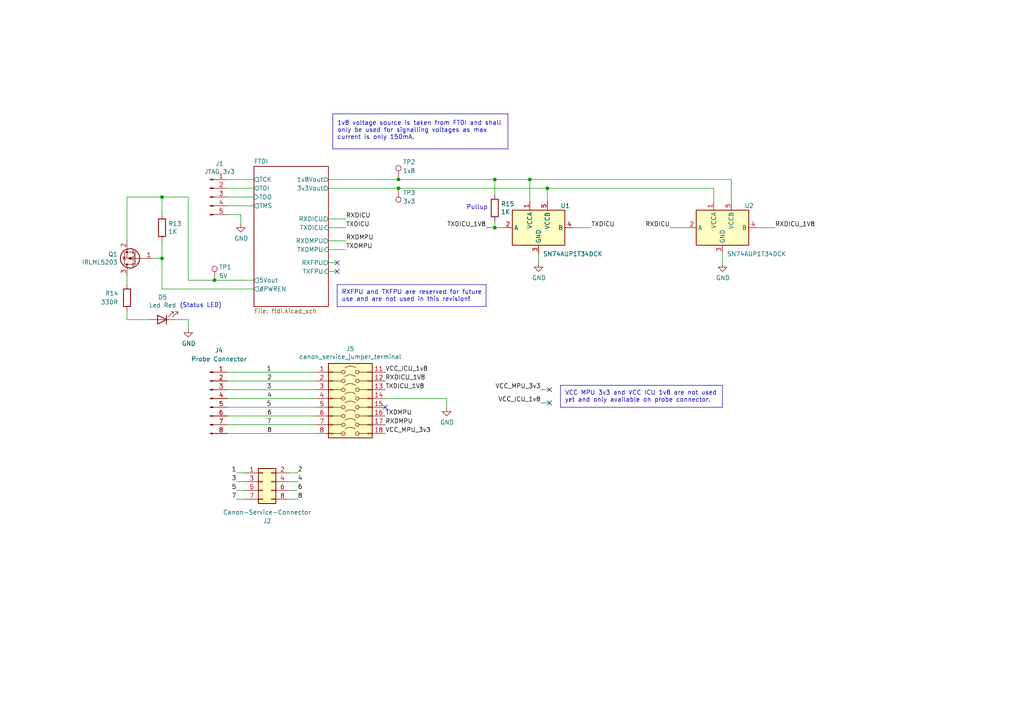
<source format=kicad_sch>
(kicad_sch (version 20230121) (generator eeschema)
  (paper "A4")
  (lib_symbols
    (symbol "Connector:TestPoint" (pin_numbers hide) (pin_names (offset 0.762) hide)
      (property "Reference" "TP" (at 0 6.858 0))
      (property "Value" "TestPoint" (at 0 5.08 0))
      (symbol "TestPoint_0_1"
        (circle (center 0 3.302) (radius 0.762))
      )
      (symbol "TestPoint_1_1"
        (pin passive line (at 0 0 90) (length 2.54) (name "1") (number "1"))
      )
    )
    (symbol "Connector_Generic:Conn_02x04_Odd_Even" (pin_names (offset 1.016) hide)
      (property "Reference" "J" (at 1.27 5.08 0))
      (property "Value" "Conn_02x04_Odd_Even" (at 1.27 -7.62 0))
      (symbol "Conn_02x04_Odd_Even_1_1"
        (rectangle (start -1.27 -4.953) (end 0 -5.207) (stroke (width 0.1524)))
        (rectangle (start -1.27 -2.413) (end 0 -2.667) (stroke (width 0.1524)))
        (rectangle (start -1.27 0.127) (end 0 -0.127) (stroke (width 0.1524)))
        (rectangle (start -1.27 2.667) (end 0 2.413) (stroke (width 0.1524)))
        (rectangle (start -1.27 3.81) (end 3.81 -6.35) (stroke (width 0.254)) (fill (type background)))
        (rectangle (start 3.81 -4.953) (end 2.54 -5.207) (stroke (width 0.1524)))
        (rectangle (start 3.81 -2.413) (end 2.54 -2.667) (stroke (width 0.1524)))
        (rectangle (start 3.81 0.127) (end 2.54 -0.127) (stroke (width 0.1524)))
        (rectangle (start 3.81 2.667) (end 2.54 2.413) (stroke (width 0.1524)))
        (pin passive line (at -5.08 2.54 0) (length 3.81) (name "Pin_1") (number "1"))
        (pin passive line (at 7.62 2.54 180) (length 3.81) (name "Pin_2") (number "2"))
        (pin passive line (at -5.08 0 0) (length 3.81) (name "Pin_3") (number "3"))
        (pin passive line (at 7.62 0 180) (length 3.81) (name "Pin_4") (number "4"))
        (pin passive line (at -5.08 -2.54 0) (length 3.81) (name "Pin_5") (number "5"))
        (pin passive line (at 7.62 -2.54 180) (length 3.81) (name "Pin_6") (number "6"))
        (pin passive line (at -5.08 -5.08 0) (length 3.81) (name "Pin_7") (number "7"))
        (pin passive line (at 7.62 -5.08 180) (length 3.81) (name "Pin_8") (number "8"))
      )
    )
    (symbol "Device:LED" (pin_numbers hide) (pin_names (offset 1.016) hide)
      (property "Reference" "D" (at 0 2.54 0))
      (property "Value" "LED" (at 0 -2.54 0))
      (symbol "LED_0_1"
        (polyline (pts (xy -1.27 -1.27) (xy -1.27 1.27)) (stroke (width 0.254)))
        (polyline (pts (xy -1.27 0) (xy 1.27 0)))
        (polyline (pts (xy 1.27 -1.27) (xy 1.27 1.27) (xy -1.27 0) (xy 1.27 -1.27)) (stroke (width 0.254)))
        (polyline (pts (xy -3.048 -0.762) (xy -4.572 -2.286) (xy -3.81 -2.286) (xy -4.572 -2.286) (xy -4.572 -1.524)))
        (polyline (pts (xy -1.778 -0.762) (xy -3.302 -2.286) (xy -2.54 -2.286) (xy -3.302 -2.286) (xy -3.302 -1.524)))
      )
      (symbol "LED_1_1"
        (pin passive line (at -3.81 0 0) (length 2.54) (name "K") (number "1"))
        (pin passive line (at 3.81 0 180) (length 2.54) (name "A") (number "2"))
      )
    )
    (symbol "Device:R" (pin_numbers hide) (pin_names (offset 0))
      (property "Reference" "R" (at 2.032 0 90))
      (property "Value" "R" (at 0 0 90))
      (symbol "R_0_1"
        (rectangle (start -1.016 -2.54) (end 1.016 2.54) (stroke (width 0.254)))
      )
      (symbol "R_1_1"
        (pin passive line (at 0 3.81 270) (length 1.27) (name "~") (number "1"))
        (pin passive line (at 0 -3.81 90) (length 1.27) (name "~") (number "2"))
      )
    )
    (symbol "Logic_LevelTranslator:SN74AUP1T34DCK"
      (property "Reference" "U" (at -6.35 6.35 0))
      (property "Value" "SN74AUP1T34DCK" (at 11.43 6.35 0))
      (symbol "SN74AUP1T34DCK_0_1"
        (rectangle (start -7.62 -5.08) (end 7.62 5.08) (stroke (width 0.254)) (fill (type background)))
        (pin power_in line (at -2.54 7.62 270) (length 2.54) (name "VCCA") (number "1"))
        (pin input line (at -10.16 0 0) (length 2.54) (name "A") (number "2"))
        (pin power_in line (at 0 -7.62 90) (length 2.54) (name "GND") (number "3"))
        (pin output line (at 10.16 0 180) (length 2.54) (name "B") (number "4"))
        (pin power_in line (at 2.54 7.62 270) (length 2.54) (name "VCCB") (number "5"))
      )
    )
    (symbol "Transistor_FET:IRLML5203" (pin_names hide)
      (property "Reference" "Q" (at 5.08 1.905 0))
      (property "Value" "IRLML5203" (at 5.08 0 0))
      (symbol "IRLML5203_0_1"
        (polyline (pts (xy 0.254 0) (xy -2.54 0)))
        (polyline (pts (xy 0.254 1.905) (xy 0.254 -1.905)) (stroke (width 0.254)))
        (polyline (pts (xy 0.762 -1.27) (xy 0.762 -2.286)) (stroke (width 0.254)))
        (polyline (pts (xy 0.762 0.508) (xy 0.762 -0.508)) (stroke (width 0.254)))
        (polyline (pts (xy 0.762 2.286) (xy 0.762 1.27)) (stroke (width 0.254)))
        (polyline (pts (xy 2.54 2.54) (xy 2.54 1.778)))
        (polyline (pts (xy 2.54 -2.54) (xy 2.54 0) (xy 0.762 0)))
        (polyline (pts (xy 0.762 1.778) (xy 3.302 1.778) (xy 3.302 -1.778) (xy 0.762 -1.778)))
        (polyline (pts (xy 2.286 0) (xy 1.27 0.381) (xy 1.27 -0.381) (xy 2.286 0)) (fill (type outline)))
        (polyline (pts (xy 2.794 -0.508) (xy 2.921 -0.381) (xy 3.683 -0.381) (xy 3.81 -0.254)))
        (polyline (pts (xy 3.302 -0.381) (xy 2.921 0.254) (xy 3.683 0.254) (xy 3.302 -0.381)))
        (circle (center 1.651 0) (radius 2.794) (stroke (width 0.254)))
        (circle (center 2.54 -1.778) (radius 0.254) (fill (type outline)))
        (circle (center 2.54 1.778) (radius 0.254) (fill (type outline)))
      )
      (symbol "IRLML5203_1_1"
        (pin input line (at -5.08 0 0) (length 2.54) (name "G") (number "1"))
        (pin passive line (at 2.54 -5.08 90) (length 2.54) (name "S") (number "2"))
        (pin passive line (at 2.54 5.08 270) (length 2.54) (name "D") (number "3"))
      )
    )
    (symbol "ml_dev_board-rescue:Conn_01x05_Male-Connector" (pin_names (offset 1.016) hide)
      (property "Reference" "J" (at 0 7.62 0))
      (property "Value" "Connector_Conn_01x05_Male" (at 0 -7.62 0))
      (symbol "Conn_01x05_Male-Connector_1_1"
        (polyline (pts (xy 1.27 -5.08) (xy 0.8636 -5.08)) (stroke (width 0.1524)))
        (polyline (pts (xy 1.27 -2.54) (xy 0.8636 -2.54)) (stroke (width 0.1524)))
        (polyline (pts (xy 1.27 0) (xy 0.8636 0)) (stroke (width 0.1524)))
        (polyline (pts (xy 1.27 2.54) (xy 0.8636 2.54)) (stroke (width 0.1524)))
        (polyline (pts (xy 1.27 5.08) (xy 0.8636 5.08)) (stroke (width 0.1524)))
        (rectangle (start 0.8636 -4.953) (end 0 -5.207) (stroke (width 0.1524)) (fill (type outline)))
        (rectangle (start 0.8636 -2.413) (end 0 -2.667) (stroke (width 0.1524)) (fill (type outline)))
        (rectangle (start 0.8636 0.127) (end 0 -0.127) (stroke (width 0.1524)) (fill (type outline)))
        (rectangle (start 0.8636 2.667) (end 0 2.413) (stroke (width 0.1524)) (fill (type outline)))
        (rectangle (start 0.8636 5.207) (end 0 4.953) (stroke (width 0.1524)) (fill (type outline)))
        (pin passive line (at 5.08 5.08 180) (length 3.81) (name "Pin_1") (number "1"))
        (pin passive line (at 5.08 2.54 180) (length 3.81) (name "Pin_2") (number "2"))
        (pin passive line (at 5.08 0 180) (length 3.81) (name "Pin_3") (number "3"))
        (pin passive line (at 5.08 -2.54 180) (length 3.81) (name "Pin_4") (number "4"))
        (pin passive line (at 5.08 -5.08 180) (length 3.81) (name "Pin_5") (number "5"))
      )
    )
    (symbol "ml_dev_board-rescue:Conn_01x08_Male-Connector" (pin_names (offset 1.016) hide)
      (property "Reference" "J" (at 0 10.16 0))
      (property "Value" "Connector_Conn_01x08_Male" (at 0 -12.7 0))
      (symbol "Conn_01x08_Male-Connector_1_1"
        (polyline (pts (xy 1.27 -10.16) (xy 0.8636 -10.16)) (stroke (width 0.1524)))
        (polyline (pts (xy 1.27 -7.62) (xy 0.8636 -7.62)) (stroke (width 0.1524)))
        (polyline (pts (xy 1.27 -5.08) (xy 0.8636 -5.08)) (stroke (width 0.1524)))
        (polyline (pts (xy 1.27 -2.54) (xy 0.8636 -2.54)) (stroke (width 0.1524)))
        (polyline (pts (xy 1.27 0) (xy 0.8636 0)) (stroke (width 0.1524)))
        (polyline (pts (xy 1.27 2.54) (xy 0.8636 2.54)) (stroke (width 0.1524)))
        (polyline (pts (xy 1.27 5.08) (xy 0.8636 5.08)) (stroke (width 0.1524)))
        (polyline (pts (xy 1.27 7.62) (xy 0.8636 7.62)) (stroke (width 0.1524)))
        (rectangle (start 0.8636 -10.033) (end 0 -10.287) (stroke (width 0.1524)) (fill (type outline)))
        (rectangle (start 0.8636 -7.493) (end 0 -7.747) (stroke (width 0.1524)) (fill (type outline)))
        (rectangle (start 0.8636 -4.953) (end 0 -5.207) (stroke (width 0.1524)) (fill (type outline)))
        (rectangle (start 0.8636 -2.413) (end 0 -2.667) (stroke (width 0.1524)) (fill (type outline)))
        (rectangle (start 0.8636 0.127) (end 0 -0.127) (stroke (width 0.1524)) (fill (type outline)))
        (rectangle (start 0.8636 2.667) (end 0 2.413) (stroke (width 0.1524)) (fill (type outline)))
        (rectangle (start 0.8636 5.207) (end 0 4.953) (stroke (width 0.1524)) (fill (type outline)))
        (rectangle (start 0.8636 7.747) (end 0 7.493) (stroke (width 0.1524)) (fill (type outline)))
        (pin passive line (at 5.08 7.62 180) (length 3.81) (name "Pin_1") (number "1"))
        (pin passive line (at 5.08 5.08 180) (length 3.81) (name "Pin_2") (number "2"))
        (pin passive line (at 5.08 2.54 180) (length 3.81) (name "Pin_3") (number "3"))
        (pin passive line (at 5.08 0 180) (length 3.81) (name "Pin_4") (number "4"))
        (pin passive line (at 5.08 -2.54 180) (length 3.81) (name "Pin_5") (number "5"))
        (pin passive line (at 5.08 -5.08 180) (length 3.81) (name "Pin_6") (number "6"))
        (pin passive line (at 5.08 -7.62 180) (length 3.81) (name "Pin_7") (number "7"))
        (pin passive line (at 5.08 -10.16 180) (length 3.81) (name "Pin_8") (number "8"))
      )
    )
    (symbol "ml_dev_board:canon_service_jumper_terminal" (pin_names (offset 1.016) hide)
      (property "Reference" "J" (at 1.27 11.43 0))
      (property "Value" "canon_service_jumper_terminal" (at 5.08 -12.7 0))
      (symbol "canon_service_jumper_terminal_0_1"
        (polyline (pts (xy 0 -10.16) (xy 2.54 -10.16)))
        (polyline (pts (xy 0 -7.62) (xy 2.54 -7.62)))
        (polyline (pts (xy 0 -5.08) (xy 2.54 -5.08)))
        (polyline (pts (xy 0 -2.54) (xy 2.54 -2.54)))
        (polyline (pts (xy 0 0) (xy 2.54 0)))
        (polyline (pts (xy 0 2.54) (xy 2.54 2.54)))
        (polyline (pts (xy 0 5.08) (xy 2.54 5.08)))
        (polyline (pts (xy 2.54 7.62) (xy 0 7.62)))
        (polyline (pts (xy 7.62 -10.16) (xy 10.16 -10.16)))
        (polyline (pts (xy 7.62 -7.62) (xy 10.16 -7.62)))
        (polyline (pts (xy 7.62 -5.08) (xy 10.16 -5.08)))
        (polyline (pts (xy 7.62 -2.54) (xy 10.16 -2.54)))
        (polyline (pts (xy 7.62 0) (xy 10.16 0)))
        (polyline (pts (xy 7.62 2.54) (xy 10.16 2.54)))
        (polyline (pts (xy 7.62 5.08) (xy 10.16 5.08)))
        (polyline (pts (xy 7.62 7.62) (xy 10.16 7.62)))
      )
      (symbol "canon_service_jumper_terminal_1_1"
        (rectangle (start -1.27 -10.033) (end 0 -10.287) (stroke (width 0.1524)))
        (rectangle (start -1.27 -7.493) (end 0 -7.747) (stroke (width 0.1524)))
        (rectangle (start -1.27 -4.953) (end 0 -5.207) (stroke (width 0.1524)))
        (rectangle (start -1.27 -2.413) (end 0 -2.667) (stroke (width 0.1524)))
        (rectangle (start -1.27 0.127) (end 0 -0.127) (stroke (width 0.1524)))
        (rectangle (start -1.27 2.667) (end 0 2.413) (stroke (width 0.1524)))
        (rectangle (start -1.27 5.207) (end 0 4.953) (stroke (width 0.1524)))
        (rectangle (start -1.27 7.747) (end 0 7.493) (stroke (width 0.1524)))
        (rectangle (start -1.27 10.16) (end 11.43 -11.43) (stroke (width 0.254)) (fill (type background)))
        (circle (center 3.048 -10.16) (radius 0.508))
        (circle (center 3.048 -7.62) (radius 0.508))
        (circle (center 3.048 -5.08) (radius 0.508))
        (circle (center 3.048 -2.54) (radius 0.508))
        (circle (center 3.048 0) (radius 0.508))
        (circle (center 3.048 2.54) (radius 0.508))
        (circle (center 3.048 5.08) (radius 0.508))
        (circle (center 3.048 7.62) (radius 0.508))
        (arc (start 6.604 -8.89) (mid 5.08 -8.382) (end 3.556 -8.89))
        (arc (start 6.604 -6.35) (mid 5.08 -5.842) (end 3.556 -6.35))
        (arc (start 6.604 -3.81) (mid 5.08 -3.302) (end 3.556 -3.81))
        (arc (start 6.604 -1.27) (mid 5.08 -0.762) (end 3.556 -1.27))
        (arc (start 6.604 1.27) (mid 5.08 1.778) (end 3.556 1.27))
        (arc (start 6.604 3.81) (mid 5.08 4.318) (end 3.556 3.81))
        (arc (start 6.604 6.35) (mid 5.08 6.858) (end 3.556 6.35))
        (arc (start 6.604 8.89) (mid 5.08 9.398) (end 3.556 8.89))
        (circle (center 7.112 -10.16) (radius 0.508))
        (circle (center 7.112 -7.62) (radius 0.508))
        (circle (center 7.112 -5.08) (radius 0.508))
        (circle (center 7.112 -2.54) (radius 0.508))
        (circle (center 7.112 0) (radius 0.508))
        (circle (center 7.112 2.54) (radius 0.508))
        (circle (center 7.112 5.08) (radius 0.508))
        (circle (center 7.112 7.62) (radius 0.508))
        (rectangle (start 11.43 -10.033) (end 10.16 -10.287) (stroke (width 0.1524)))
        (rectangle (start 11.43 -7.493) (end 10.16 -7.747) (stroke (width 0.1524)))
        (rectangle (start 11.43 -4.953) (end 10.16 -5.207) (stroke (width 0.1524)))
        (rectangle (start 11.43 -2.413) (end 10.16 -2.667) (stroke (width 0.1524)))
        (rectangle (start 11.43 0.127) (end 10.16 -0.127) (stroke (width 0.1524)))
        (rectangle (start 11.43 2.667) (end 10.16 2.413) (stroke (width 0.1524)))
        (rectangle (start 11.43 5.207) (end 10.16 4.953) (stroke (width 0.1524)))
        (rectangle (start 11.43 7.747) (end 10.16 7.493) (stroke (width 0.1524)))
        (pin passive line (at -5.08 7.62 0) (length 3.81) (name "Pin_1") (number "1"))
        (pin passive line (at 15.24 7.62 180) (length 3.81) (name "Pin_11") (number "11"))
        (pin passive line (at 15.24 5.08 180) (length 3.81) (name "Pin_12") (number "12"))
        (pin passive line (at 15.24 2.54 180) (length 3.81) (name "Pin_13") (number "13"))
        (pin passive line (at 15.24 0 180) (length 3.81) (name "Pin_14") (number "14"))
        (pin passive line (at 15.24 -2.54 180) (length 3.81) (name "Pin_15") (number "15"))
        (pin passive line (at 15.24 -5.08 180) (length 3.81) (name "Pin_16") (number "16"))
        (pin passive line (at 15.24 -7.62 180) (length 3.81) (name "Pin_17") (number "17"))
        (pin passive line (at 15.24 -10.16 180) (length 3.81) (name "Pin_18") (number "18"))
        (pin passive line (at -5.08 5.08 0) (length 3.81) (name "Pin_2") (number "2"))
        (pin passive line (at -5.08 2.54 0) (length 3.81) (name "Pin_3") (number "3"))
        (pin passive line (at -5.08 0 0) (length 3.81) (name "Pin_4") (number "4"))
        (pin passive line (at -5.08 -2.54 0) (length 3.81) (name "Pin_5") (number "5"))
        (pin passive line (at -5.08 -5.08 0) (length 3.81) (name "Pin_6") (number "6"))
        (pin passive line (at -5.08 -7.62 0) (length 3.81) (name "Pin_7") (number "7"))
        (pin passive line (at -5.08 -10.16 0) (length 3.81) (name "Pin_8") (number "8"))
      )
    )
    (symbol "power:GND" (power) (pin_names (offset 0))
      (property "Value" "GND" (at 0 -3.81 0))
      (symbol "GND_0_1"
        (polyline (pts (xy 0 0) (xy 0 -1.27) (xy 1.27 -1.27) (xy 0 -2.54) (xy -1.27 -1.27) (xy 0 -1.27)))
      )
      (symbol "GND_1_1"
        (pin power_in line (at 0 0 270) (length 0) hide (name "GND") (number "1"))
      )
    )
  )
  (junction (at 158.75 54.61))
  (junction (at 62.23 81.28))
  (junction (at 143.51 66.04))
  (junction (at 46.99 57.15))
  (junction (at 153.67 52.07))
  (junction (at 115.57 54.61))
  (junction (at 143.51 52.07))
  (junction (at 46.99 74.93))
  (junction (at 115.57 52.07))
  (no_connect (at 159.385 116.84))
  (no_connect (at 97.79 78.74))
  (no_connect (at 97.79 76.2))
  (no_connect (at 159.385 113.03))
  (no_connect (at 111.76 118.11))
  (wire (pts (xy 156.845 116.84) (xy 159.385 116.84)))
  (wire (pts (xy 143.51 66.04) (xy 143.51 64.135)))
  (wire (pts (xy 194.31 66.04) (xy 199.39 66.04)))
  (wire (pts (xy 95.25 78.74) (xy 97.79 78.74)))
  (wire (pts (xy 158.75 54.61) (xy 158.75 58.42)))
  (wire (pts (xy 46.99 69.85) (xy 46.99 74.93)))
  (wire (pts (xy 212.09 52.07) (xy 212.09 58.42)))
  (wire (pts (xy 95.25 72.39) (xy 100.33 72.39)))
  (wire (pts (xy 95.25 76.2) (xy 97.79 76.2)))
  (polyline (pts (xy 97.79 88.9) (xy 97.79 82.55)))
  (wire (pts (xy 83.82 139.7) (xy 86.36 139.7)))
  (wire (pts (xy 143.51 56.515) (xy 143.51 52.07)))
  (wire (pts (xy 95.25 66.04) (xy 100.33 66.04)))
  (wire (pts (xy 207.01 54.61) (xy 207.01 58.42)))
  (wire (pts (xy 68.58 142.24) (xy 71.12 142.24)))
  (wire (pts (xy 50.8 92.71) (xy 54.61 92.71)))
  (wire (pts (xy 36.83 90.17) (xy 36.83 92.71)))
  (wire (pts (xy 36.83 80.01) (xy 36.83 82.55)))
  (wire (pts (xy 66.04 57.15) (xy 73.66 57.15)))
  (wire (pts (xy 36.83 92.71) (xy 43.18 92.71)))
  (wire (pts (xy 111.76 115.57) (xy 129.54 115.57)))
  (wire (pts (xy 66.04 115.57) (xy 91.44 115.57)))
  (wire (pts (xy 46.99 62.23) (xy 46.99 57.15)))
  (wire (pts (xy 46.99 57.15) (xy 54.61 57.15)))
  (polyline (pts (xy 162.56 111.76) (xy 209.55 111.76)))
  (wire (pts (xy 129.54 115.57) (xy 129.54 118.11)))
  (wire (pts (xy 68.58 137.16) (xy 71.12 137.16)))
  (wire (pts (xy 68.58 139.7) (xy 71.12 139.7)))
  (wire (pts (xy 95.25 69.85) (xy 100.33 69.85)))
  (wire (pts (xy 209.55 73.66) (xy 209.55 76.2)))
  (wire (pts (xy 66.04 118.11) (xy 91.44 118.11)))
  (wire (pts (xy 66.04 107.95) (xy 91.44 107.95)))
  (wire (pts (xy 140.97 66.04) (xy 143.51 66.04)))
  (polyline (pts (xy 147.32 43.18) (xy 96.52 43.18)))
  (wire (pts (xy 95.25 63.5) (xy 100.33 63.5)))
  (polyline (pts (xy 96.52 43.18) (xy 96.52 33.02)))
  (wire (pts (xy 83.82 137.16) (xy 86.36 137.16)))
  (wire (pts (xy 66.04 52.07) (xy 73.66 52.07)))
  (wire (pts (xy 156.845 113.03) (xy 159.385 113.03)))
  (wire (pts (xy 156.21 73.66) (xy 156.21 76.2)))
  (wire (pts (xy 115.57 52.07) (xy 143.51 52.07)))
  (wire (pts (xy 62.23 81.28) (xy 54.61 81.28)))
  (wire (pts (xy 46.99 74.93) (xy 46.99 83.82)))
  (wire (pts (xy 143.51 66.04) (xy 146.05 66.04)))
  (wire (pts (xy 66.04 125.73) (xy 91.44 125.73)))
  (polyline (pts (xy 140.97 88.9) (xy 97.79 88.9)))
  (wire (pts (xy 83.82 142.24) (xy 86.36 142.24)))
  (polyline (pts (xy 147.32 33.02) (xy 147.32 43.18)))
  (wire (pts (xy 44.45 74.93) (xy 46.99 74.93)))
  (wire (pts (xy 166.37 66.04) (xy 171.45 66.04)))
  (wire (pts (xy 95.25 54.61) (xy 115.57 54.61)))
  (wire (pts (xy 69.85 62.23) (xy 69.85 64.77)))
  (polyline (pts (xy 162.56 118.11) (xy 162.56 111.76)))
  (wire (pts (xy 66.04 113.03) (xy 91.44 113.03)))
  (wire (pts (xy 36.83 57.15) (xy 46.99 57.15)))
  (polyline (pts (xy 96.52 33.02) (xy 147.32 33.02)))
  (wire (pts (xy 143.51 52.07) (xy 153.67 52.07)))
  (wire (pts (xy 158.75 54.61) (xy 207.01 54.61)))
  (wire (pts (xy 54.61 81.28) (xy 54.61 57.15)))
  (wire (pts (xy 153.67 52.07) (xy 212.09 52.07)))
  (wire (pts (xy 153.67 52.07) (xy 153.67 58.42)))
  (wire (pts (xy 115.57 54.61) (xy 158.75 54.61)))
  (wire (pts (xy 73.66 81.28) (xy 62.23 81.28)))
  (polyline (pts (xy 97.79 82.55) (xy 140.97 82.55)))
  (polyline (pts (xy 140.97 82.55) (xy 140.97 88.9)))
  (wire (pts (xy 66.04 120.65) (xy 91.44 120.65)))
  (wire (pts (xy 68.58 144.78) (xy 71.12 144.78)))
  (wire (pts (xy 66.04 110.49) (xy 91.44 110.49)))
  (wire (pts (xy 36.83 57.15) (xy 36.83 69.85)))
  (wire (pts (xy 66.04 123.19) (xy 91.44 123.19)))
  (polyline (pts (xy 209.55 111.76) (xy 209.55 118.11)))
  (wire (pts (xy 83.82 144.78) (xy 86.36 144.78)))
  (wire (pts (xy 66.04 59.69) (xy 73.66 59.69)))
  (wire (pts (xy 219.71 66.04) (xy 224.79 66.04)))
  (wire (pts (xy 66.04 54.61) (xy 73.66 54.61)))
  (wire (pts (xy 95.25 52.07) (xy 115.57 52.07)))
  (wire (pts (xy 46.99 83.82) (xy 73.66 83.82)))
  (wire (pts (xy 54.61 92.71) (xy 54.61 95.25)))
  (polyline (pts (xy 209.55 118.11) (xy 162.56 118.11)))
  (wire (pts (xy 66.04 62.23) (xy 69.85 62.23)))
  (text "Pullup" (at 135.255 60.96 0) (effects (font (size 1.27 1.27)) (justify left bottom)))
  (text "RXFPU and TXFPU are reserved for future \nuse and are not used in this revision!" (at 99.06 87.63 0) (effects (font (size 1.27 1.27)) (justify left bottom)))
  (text "(Status LED)" (at 52.07 89.408 0) (effects (font (size 1.27 1.27)) (justify left bottom)))
  (text "1v8 voltage source is taken from FTDI and shall\nonly be used for signalling voltages as max\ncurrent is only 150mA." (at 97.79 40.64 0) (effects (font (size 1.27 1.27)) (justify left bottom)))
  (text "VCC MPU 3v3 and VCC ICU 1v8 are not used\nyet and only available on probe connector." (at 163.83 116.84 0) (effects (font (size 1.27 1.27)) (justify left bottom)))
  (label "RXDICU_1V8" (at 111.76 110.49 0))
  (label "VCC_MPU_3v3" (at 156.845 113.03 180))
  (label "7" (at 68.58 144.78 180))
  (label "5" (at 68.58 142.24 180))
  (label "RXDICU" (at 194.31 66.04 180))
  (label "TXDMPU" (at 111.76 120.65 0))
  (label "1" (at 68.58 137.16 180))
  (label "4" (at 86.36 139.7 0))
  (label "TXDMPU" (at 100.33 72.39 0))
  (label "RXDMPU" (at 100.33 69.85 0))
  (label "TXDICU_1V8" (at 140.97 66.04 180))
  (label "3" (at 68.58 139.7 180))
  (label "3" (at 78.74 113.03 180))
  (label "VCC_MPU_3v3" (at 111.76 125.73 0))
  (label "TXDICU" (at 171.45 66.04 0))
  (label "RXDICU_1V8" (at 224.79 66.04 0))
  (label "TXDICU_1V8" (at 111.76 113.03 0))
  (label "RXDMPU" (at 111.76 123.19 0))
  (label "8" (at 86.36 144.78 0))
  (label "6" (at 86.36 142.24 0))
  (label "4" (at 77.47 115.57 0))
  (label "VCC_ICU_1v8" (at 111.76 107.95 0))
  (label "VCC_ICU_1v8" (at 156.845 116.84 180))
  (label "1" (at 78.74 107.95 180))
  (label "5" (at 78.74 118.11 180))
  (label "TXDICU" (at 100.33 66.04 0))
  (label "8" (at 77.47 125.73 0))
  (label "7" (at 78.74 123.19 180))
  (label "6" (at 77.47 120.65 0))
  (label "2" (at 86.36 137.16 0))
  (label "RXDICU" (at 100.33 63.5 0))
  (label "2" (at 77.47 110.49 0))
  (symbol (lib_id "Connector_Generic:Conn_02x04_Odd_Even") (at 76.2 139.7 0) (unit 1)
    (property "Reference" "J2" (at 77.47 151.13 0))
    (property "Value" "Canon-Service-Connector" (at 77.47 148.59 0))
    (property "Footprint" "Connector_IDC:IDC-Header_2x04_P2.54mm_Vertical" (effects hide))
  )
  (symbol (lib_id "ml_dev_board-rescue:Conn_01x05_Male-Connector") (at 60.96 57.15 0) (unit 1)
    (property "Reference" "J1" (at 63.7032 47.4726 0))
    (property "Value" "JTAG 3v3" (at 63.7032 49.784 0))
    (property "Footprint" "Connector_PinHeader_2.54mm:PinHeader_1x05_P2.54mm_Vertical_SMD_Pin1Left" (effects hide))
  )
  (symbol (lib_id "power:GND") (at 69.85 64.77 0) (unit 1)
    (property "Reference" "#PWR0101" (effects hide))
    (property "Value" "GND" (at 69.977 69.1642 0))
  )
  (symbol (lib_id "Logic_LevelTranslator:SN74AUP1T34DCK") (at 156.21 66.04 0) (unit 1)
    (property "Reference" "U1" (at 162.56 59.69 0) (effects (justify left)))
    (property "Value" "SN74AUP1T34DCK" (at 157.48 73.66 0) (effects (justify left)))
    (property "Footprint" "Package_TO_SOT_SMD:SOT-353_SC-70-5" (effects hide))
    (property "Datasheet" "http://www.ti.com/lit/ds/symlink/sn74aup1t34.pdf" (effects hide))
  )
  (symbol (lib_id "Logic_LevelTranslator:SN74AUP1T34DCK") (at 209.55 66.04 0) (unit 1)
    (property "Reference" "U2" (at 215.9 59.69 0) (effects (justify left)))
    (property "Value" "SN74AUP1T34DCK" (at 210.82 73.66 0) (effects (justify left)))
    (property "Footprint" "Package_TO_SOT_SMD:SOT-353_SC-70-5" (effects hide))
    (property "Datasheet" "http://www.ti.com/lit/ds/symlink/sn74aup1t34.pdf" (effects hide))
  )
  (symbol (lib_id "power:GND") (at 156.21 76.2 0) (unit 1)
    (property "Reference" "#PWR0102" (effects hide))
    (property "Value" "GND" (at 156.337 80.5942 0))
  )
  (symbol (lib_id "power:GND") (at 209.55 76.2 0) (unit 1)
    (property "Reference" "#PWR0104" (effects hide))
    (property "Value" "GND" (at 209.677 80.5942 0))
  )
  (symbol (lib_id "power:GND") (at 129.54 118.11 0) (unit 1)
    (property "Reference" "#PWR0103" (effects hide))
    (property "Value" "GND" (at 129.667 122.5042 0))
  )
  (symbol (lib_id "ml_dev_board:canon_service_jumper_terminal") (at 96.52 115.57 0) (unit 1)
    (property "Reference" "J5" (at 101.6 101.1682 0))
    (property "Value" "canon_service_jumper_terminal" (at 101.6 103.4796 0))
    (property "Footprint" "ml_dev_board:PinHeader_2x08_P2.54mm_Vertical_Jumper_SMD" (effects hide))
  )
  (symbol (lib_id "ml_dev_board-rescue:Conn_01x08_Male-Connector") (at 60.96 115.57 0) (unit 1)
    (property "Reference" "J4" (at 63.5 101.6 0))
    (property "Value" "Probe Connector" (at 63.5 104.14 0))
    (property "Footprint" "Connector_PinHeader_2.54mm:PinHeader_1x08_P2.54mm_Vertical_SMD_Pin1Left" (effects hide))
  )
  (symbol (lib_id "Transistor_FET:IRLML5203") (at 39.37 74.93 180) (unit 1)
    (property "Reference" "Q1" (at 34.163 73.7616 0) (effects (justify left)))
    (property "Value" "IRLML5203" (at 34.163 76.073 0) (effects (justify left)))
    (property "Footprint" "Package_TO_SOT_SMD:SOT-23" (effects hide))
    (property "Datasheet" "https://www.infineon.com/dgdl/irlml5203pbf.pdf?fileId=5546d462533600a40153566868da261d" (effects hide))
  )
  (symbol (lib_id "Connector:TestPoint") (at 115.57 52.07 0) (unit 1)
    (property "Reference" "TP2" (at 116.84 46.99 0) (effects (justify left)))
    (property "Value" "1v8" (at 116.84 49.53 0) (effects (justify left)))
    (property "Footprint" "TestPoint:TestPoint_Pad_D1.5mm" (effects hide))
  )
  (symbol (lib_id "Connector:TestPoint") (at 115.57 54.61 180) (unit 1)
    (property "Reference" "TP3" (at 116.84 55.88 0) (effects (justify right)))
    (property "Value" "3v3" (at 116.84 58.42 0) (effects (justify right)))
    (property "Footprint" "TestPoint:TestPoint_Pad_D1.5mm" (effects hide))
  )
  (symbol (lib_id "Connector:TestPoint") (at 62.23 81.28 0) (unit 1)
    (property "Reference" "TP1" (at 63.5 77.47 0) (effects (justify left)))
    (property "Value" "5V" (at 63.5 80.01 0) (effects (justify left)))
    (property "Footprint" "TestPoint:TestPoint_Pad_D1.5mm" (effects hide))
  )
  (symbol (lib_id "Device:R") (at 46.99 66.04 0) (unit 1)
    (property "Reference" "R13" (at 48.768 64.8716 0) (effects (justify left)))
    (property "Value" "1K" (at 48.768 67.183 0) (effects (justify left)))
    (property "Footprint" "Resistor_SMD:R_0805_2012Metric" (effects hide))
  )
  (symbol (lib_id "Device:LED") (at 46.99 92.71 180) (unit 1)
    (property "Reference" "D5" (at 47.1678 86.233 0))
    (property "Value" "Led Red" (at 47.1678 88.5444 0))
    (property "Footprint" "LED_SMD:LED_0805_2012Metric" (effects hide))
  )
  (symbol (lib_id "power:GND") (at 54.61 95.25 0) (unit 1)
    (property "Reference" "#PWR0144" (effects hide))
    (property "Value" "GND" (at 54.737 99.6442 0))
  )
  (symbol (lib_id "Device:R") (at 36.83 86.36 0) (unit 1)
    (property "Reference" "R14" (at 30.48 85.09 0) (effects (justify left)))
    (property "Value" "330R" (at 29.21 87.63 0) (effects (justify left)))
    (property "Footprint" "Resistor_SMD:R_0805_2012Metric" (effects hide))
  )
  (symbol (lib_id "Device:R") (at 143.51 60.325 0) (unit 1)
    (property "Reference" "R15" (at 145.288 59.1566 0) (effects (justify left)))
    (property "Value" "1K" (at 145.288 61.468 0) (effects (justify left)))
    (property "Footprint" "Resistor_SMD:R_0805_2012Metric" (effects hide))
  )
  (sheet (at 73.66 48.26) (size 21.59 40.64)
    (property "Sheetname" "FTDI" (at 73.66 47.5484 0) (effects (justify left bottom)))
    (property "Sheetfile" "ftdi.kicad_sch" (at 73.66 89.4846 0) (effects (justify left top)))
    (pin "5Vout" output (at 73.66 81.28 180))
    (pin "3v3Vout" output (at 95.25 54.61 0))
    (pin "1v8Vout" output (at 95.25 52.07 0))
    (pin "TCK" output (at 73.66 52.07 180))
    (pin "TDI" output (at 73.66 54.61 180))
    (pin "TDO" input (at 73.66 57.15 180))
    (pin "TMS" output (at 73.66 59.69 180))
    (pin "RXDICU" output (at 95.25 63.5 0))
    (pin "TXDICU" input (at 95.25 66.04 0))
    (pin "RXDMPU" output (at 95.25 69.85 0))
    (pin "TXDMPU" input (at 95.25 72.39 0))
    (pin "RXFPU" output (at 95.25 76.2 0))
    (pin "TXFPU" input (at 95.25 78.74 0))
    (pin "#PWREN" output (at 73.66 83.82 180))
  )
)
</source>
